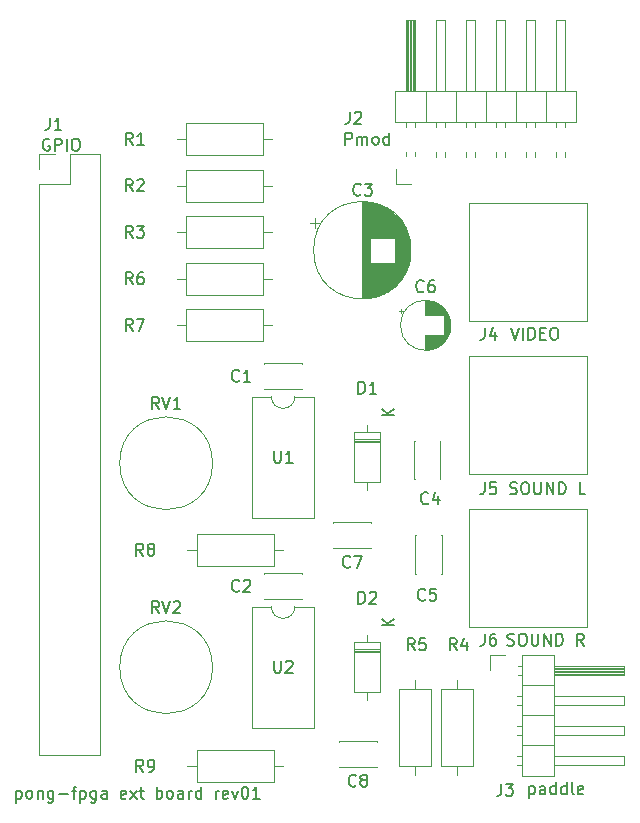
<source format=gbr>
G04 #@! TF.GenerationSoftware,KiCad,Pcbnew,(5.1.6)-1*
G04 #@! TF.CreationDate,2020-10-27T17:06:52+09:00*
G04 #@! TF.ProjectId,ext-board,6578742d-626f-4617-9264-2e6b69636164,rev?*
G04 #@! TF.SameCoordinates,Original*
G04 #@! TF.FileFunction,Legend,Top*
G04 #@! TF.FilePolarity,Positive*
%FSLAX46Y46*%
G04 Gerber Fmt 4.6, Leading zero omitted, Abs format (unit mm)*
G04 Created by KiCad (PCBNEW (5.1.6)-1) date 2020-10-27 17:06:52*
%MOMM*%
%LPD*%
G01*
G04 APERTURE LIST*
%ADD10C,0.150000*%
%ADD11C,0.120000*%
G04 APERTURE END LIST*
D10*
X192341904Y-96162761D02*
X192484761Y-96210380D01*
X192722857Y-96210380D01*
X192818095Y-96162761D01*
X192865714Y-96115142D01*
X192913333Y-96019904D01*
X192913333Y-95924666D01*
X192865714Y-95829428D01*
X192818095Y-95781809D01*
X192722857Y-95734190D01*
X192532380Y-95686571D01*
X192437142Y-95638952D01*
X192389523Y-95591333D01*
X192341904Y-95496095D01*
X192341904Y-95400857D01*
X192389523Y-95305619D01*
X192437142Y-95258000D01*
X192532380Y-95210380D01*
X192770476Y-95210380D01*
X192913333Y-95258000D01*
X193532380Y-95210380D02*
X193722857Y-95210380D01*
X193818095Y-95258000D01*
X193913333Y-95353238D01*
X193960952Y-95543714D01*
X193960952Y-95877047D01*
X193913333Y-96067523D01*
X193818095Y-96162761D01*
X193722857Y-96210380D01*
X193532380Y-96210380D01*
X193437142Y-96162761D01*
X193341904Y-96067523D01*
X193294285Y-95877047D01*
X193294285Y-95543714D01*
X193341904Y-95353238D01*
X193437142Y-95258000D01*
X193532380Y-95210380D01*
X194389523Y-95210380D02*
X194389523Y-96019904D01*
X194437142Y-96115142D01*
X194484761Y-96162761D01*
X194580000Y-96210380D01*
X194770476Y-96210380D01*
X194865714Y-96162761D01*
X194913333Y-96115142D01*
X194960952Y-96019904D01*
X194960952Y-95210380D01*
X195437142Y-96210380D02*
X195437142Y-95210380D01*
X196008571Y-96210380D01*
X196008571Y-95210380D01*
X196484761Y-96210380D02*
X196484761Y-95210380D01*
X196722857Y-95210380D01*
X196865714Y-95258000D01*
X196960952Y-95353238D01*
X197008571Y-95448476D01*
X197056190Y-95638952D01*
X197056190Y-95781809D01*
X197008571Y-95972285D01*
X196960952Y-96067523D01*
X196865714Y-96162761D01*
X196722857Y-96210380D01*
X196484761Y-96210380D01*
X198818095Y-96210380D02*
X198484761Y-95734190D01*
X198246666Y-96210380D02*
X198246666Y-95210380D01*
X198627619Y-95210380D01*
X198722857Y-95258000D01*
X198770476Y-95305619D01*
X198818095Y-95400857D01*
X198818095Y-95543714D01*
X198770476Y-95638952D01*
X198722857Y-95686571D01*
X198627619Y-95734190D01*
X198246666Y-95734190D01*
X192564142Y-83335761D02*
X192707000Y-83383380D01*
X192945095Y-83383380D01*
X193040333Y-83335761D01*
X193087952Y-83288142D01*
X193135571Y-83192904D01*
X193135571Y-83097666D01*
X193087952Y-83002428D01*
X193040333Y-82954809D01*
X192945095Y-82907190D01*
X192754619Y-82859571D01*
X192659380Y-82811952D01*
X192611761Y-82764333D01*
X192564142Y-82669095D01*
X192564142Y-82573857D01*
X192611761Y-82478619D01*
X192659380Y-82431000D01*
X192754619Y-82383380D01*
X192992714Y-82383380D01*
X193135571Y-82431000D01*
X193754619Y-82383380D02*
X193945095Y-82383380D01*
X194040333Y-82431000D01*
X194135571Y-82526238D01*
X194183190Y-82716714D01*
X194183190Y-83050047D01*
X194135571Y-83240523D01*
X194040333Y-83335761D01*
X193945095Y-83383380D01*
X193754619Y-83383380D01*
X193659380Y-83335761D01*
X193564142Y-83240523D01*
X193516523Y-83050047D01*
X193516523Y-82716714D01*
X193564142Y-82526238D01*
X193659380Y-82431000D01*
X193754619Y-82383380D01*
X194611761Y-82383380D02*
X194611761Y-83192904D01*
X194659380Y-83288142D01*
X194707000Y-83335761D01*
X194802238Y-83383380D01*
X194992714Y-83383380D01*
X195087952Y-83335761D01*
X195135571Y-83288142D01*
X195183190Y-83192904D01*
X195183190Y-82383380D01*
X195659380Y-83383380D02*
X195659380Y-82383380D01*
X196230809Y-83383380D01*
X196230809Y-82383380D01*
X196707000Y-83383380D02*
X196707000Y-82383380D01*
X196945095Y-82383380D01*
X197087952Y-82431000D01*
X197183190Y-82526238D01*
X197230809Y-82621476D01*
X197278428Y-82811952D01*
X197278428Y-82954809D01*
X197230809Y-83145285D01*
X197183190Y-83240523D01*
X197087952Y-83335761D01*
X196945095Y-83383380D01*
X196707000Y-83383380D01*
X198945095Y-83383380D02*
X198468904Y-83383380D01*
X198468904Y-82383380D01*
X192643380Y-69302380D02*
X192976714Y-70302380D01*
X193310047Y-69302380D01*
X193643380Y-70302380D02*
X193643380Y-69302380D01*
X194119571Y-70302380D02*
X194119571Y-69302380D01*
X194357666Y-69302380D01*
X194500523Y-69350000D01*
X194595761Y-69445238D01*
X194643380Y-69540476D01*
X194691000Y-69730952D01*
X194691000Y-69873809D01*
X194643380Y-70064285D01*
X194595761Y-70159523D01*
X194500523Y-70254761D01*
X194357666Y-70302380D01*
X194119571Y-70302380D01*
X195119571Y-69778571D02*
X195452904Y-69778571D01*
X195595761Y-70302380D02*
X195119571Y-70302380D01*
X195119571Y-69302380D01*
X195595761Y-69302380D01*
X196214809Y-69302380D02*
X196405285Y-69302380D01*
X196500523Y-69350000D01*
X196595761Y-69445238D01*
X196643380Y-69635714D01*
X196643380Y-69969047D01*
X196595761Y-70159523D01*
X196500523Y-70254761D01*
X196405285Y-70302380D01*
X196214809Y-70302380D01*
X196119571Y-70254761D01*
X196024333Y-70159523D01*
X195976714Y-69969047D01*
X195976714Y-69635714D01*
X196024333Y-69445238D01*
X196119571Y-69350000D01*
X196214809Y-69302380D01*
X153559000Y-53348000D02*
X153463761Y-53300380D01*
X153320904Y-53300380D01*
X153178047Y-53348000D01*
X153082809Y-53443238D01*
X153035190Y-53538476D01*
X152987571Y-53728952D01*
X152987571Y-53871809D01*
X153035190Y-54062285D01*
X153082809Y-54157523D01*
X153178047Y-54252761D01*
X153320904Y-54300380D01*
X153416142Y-54300380D01*
X153559000Y-54252761D01*
X153606619Y-54205142D01*
X153606619Y-53871809D01*
X153416142Y-53871809D01*
X154035190Y-54300380D02*
X154035190Y-53300380D01*
X154416142Y-53300380D01*
X154511380Y-53348000D01*
X154559000Y-53395619D01*
X154606619Y-53490857D01*
X154606619Y-53633714D01*
X154559000Y-53728952D01*
X154511380Y-53776571D01*
X154416142Y-53824190D01*
X154035190Y-53824190D01*
X155035190Y-54300380D02*
X155035190Y-53300380D01*
X155701857Y-53300380D02*
X155892333Y-53300380D01*
X155987571Y-53348000D01*
X156082809Y-53443238D01*
X156130428Y-53633714D01*
X156130428Y-53967047D01*
X156082809Y-54157523D01*
X155987571Y-54252761D01*
X155892333Y-54300380D01*
X155701857Y-54300380D01*
X155606619Y-54252761D01*
X155511380Y-54157523D01*
X155463761Y-53967047D01*
X155463761Y-53633714D01*
X155511380Y-53443238D01*
X155606619Y-53348000D01*
X155701857Y-53300380D01*
X178633666Y-53792380D02*
X178633666Y-52792380D01*
X179014619Y-52792380D01*
X179109857Y-52840000D01*
X179157476Y-52887619D01*
X179205095Y-52982857D01*
X179205095Y-53125714D01*
X179157476Y-53220952D01*
X179109857Y-53268571D01*
X179014619Y-53316190D01*
X178633666Y-53316190D01*
X179633666Y-53792380D02*
X179633666Y-53125714D01*
X179633666Y-53220952D02*
X179681285Y-53173333D01*
X179776523Y-53125714D01*
X179919380Y-53125714D01*
X180014619Y-53173333D01*
X180062238Y-53268571D01*
X180062238Y-53792380D01*
X180062238Y-53268571D02*
X180109857Y-53173333D01*
X180205095Y-53125714D01*
X180347952Y-53125714D01*
X180443190Y-53173333D01*
X180490809Y-53268571D01*
X180490809Y-53792380D01*
X181109857Y-53792380D02*
X181014619Y-53744761D01*
X180967000Y-53697142D01*
X180919380Y-53601904D01*
X180919380Y-53316190D01*
X180967000Y-53220952D01*
X181014619Y-53173333D01*
X181109857Y-53125714D01*
X181252714Y-53125714D01*
X181347952Y-53173333D01*
X181395571Y-53220952D01*
X181443190Y-53316190D01*
X181443190Y-53601904D01*
X181395571Y-53697142D01*
X181347952Y-53744761D01*
X181252714Y-53792380D01*
X181109857Y-53792380D01*
X182300333Y-53792380D02*
X182300333Y-52792380D01*
X182300333Y-53744761D02*
X182205095Y-53792380D01*
X182014619Y-53792380D01*
X181919380Y-53744761D01*
X181871761Y-53697142D01*
X181824142Y-53601904D01*
X181824142Y-53316190D01*
X181871761Y-53220952D01*
X181919380Y-53173333D01*
X182014619Y-53125714D01*
X182205095Y-53125714D01*
X182300333Y-53173333D01*
X194207095Y-108116714D02*
X194207095Y-109116714D01*
X194207095Y-108164333D02*
X194302333Y-108116714D01*
X194492809Y-108116714D01*
X194588047Y-108164333D01*
X194635666Y-108211952D01*
X194683285Y-108307190D01*
X194683285Y-108592904D01*
X194635666Y-108688142D01*
X194588047Y-108735761D01*
X194492809Y-108783380D01*
X194302333Y-108783380D01*
X194207095Y-108735761D01*
X195540428Y-108783380D02*
X195540428Y-108259571D01*
X195492809Y-108164333D01*
X195397571Y-108116714D01*
X195207095Y-108116714D01*
X195111857Y-108164333D01*
X195540428Y-108735761D02*
X195445190Y-108783380D01*
X195207095Y-108783380D01*
X195111857Y-108735761D01*
X195064238Y-108640523D01*
X195064238Y-108545285D01*
X195111857Y-108450047D01*
X195207095Y-108402428D01*
X195445190Y-108402428D01*
X195540428Y-108354809D01*
X196445190Y-108783380D02*
X196445190Y-107783380D01*
X196445190Y-108735761D02*
X196349952Y-108783380D01*
X196159476Y-108783380D01*
X196064238Y-108735761D01*
X196016619Y-108688142D01*
X195969000Y-108592904D01*
X195969000Y-108307190D01*
X196016619Y-108211952D01*
X196064238Y-108164333D01*
X196159476Y-108116714D01*
X196349952Y-108116714D01*
X196445190Y-108164333D01*
X197349952Y-108783380D02*
X197349952Y-107783380D01*
X197349952Y-108735761D02*
X197254714Y-108783380D01*
X197064238Y-108783380D01*
X196969000Y-108735761D01*
X196921380Y-108688142D01*
X196873761Y-108592904D01*
X196873761Y-108307190D01*
X196921380Y-108211952D01*
X196969000Y-108164333D01*
X197064238Y-108116714D01*
X197254714Y-108116714D01*
X197349952Y-108164333D01*
X197969000Y-108783380D02*
X197873761Y-108735761D01*
X197826142Y-108640523D01*
X197826142Y-107783380D01*
X198730904Y-108735761D02*
X198635666Y-108783380D01*
X198445190Y-108783380D01*
X198349952Y-108735761D01*
X198302333Y-108640523D01*
X198302333Y-108259571D01*
X198349952Y-108164333D01*
X198445190Y-108116714D01*
X198635666Y-108116714D01*
X198730904Y-108164333D01*
X198778523Y-108259571D01*
X198778523Y-108354809D01*
X198302333Y-108450047D01*
X150750285Y-108497714D02*
X150750285Y-109497714D01*
X150750285Y-108545333D02*
X150845523Y-108497714D01*
X151036000Y-108497714D01*
X151131238Y-108545333D01*
X151178857Y-108592952D01*
X151226476Y-108688190D01*
X151226476Y-108973904D01*
X151178857Y-109069142D01*
X151131238Y-109116761D01*
X151036000Y-109164380D01*
X150845523Y-109164380D01*
X150750285Y-109116761D01*
X151797904Y-109164380D02*
X151702666Y-109116761D01*
X151655047Y-109069142D01*
X151607428Y-108973904D01*
X151607428Y-108688190D01*
X151655047Y-108592952D01*
X151702666Y-108545333D01*
X151797904Y-108497714D01*
X151940761Y-108497714D01*
X152036000Y-108545333D01*
X152083619Y-108592952D01*
X152131238Y-108688190D01*
X152131238Y-108973904D01*
X152083619Y-109069142D01*
X152036000Y-109116761D01*
X151940761Y-109164380D01*
X151797904Y-109164380D01*
X152559809Y-108497714D02*
X152559809Y-109164380D01*
X152559809Y-108592952D02*
X152607428Y-108545333D01*
X152702666Y-108497714D01*
X152845523Y-108497714D01*
X152940761Y-108545333D01*
X152988380Y-108640571D01*
X152988380Y-109164380D01*
X153893142Y-108497714D02*
X153893142Y-109307238D01*
X153845523Y-109402476D01*
X153797904Y-109450095D01*
X153702666Y-109497714D01*
X153559809Y-109497714D01*
X153464571Y-109450095D01*
X153893142Y-109116761D02*
X153797904Y-109164380D01*
X153607428Y-109164380D01*
X153512190Y-109116761D01*
X153464571Y-109069142D01*
X153416952Y-108973904D01*
X153416952Y-108688190D01*
X153464571Y-108592952D01*
X153512190Y-108545333D01*
X153607428Y-108497714D01*
X153797904Y-108497714D01*
X153893142Y-108545333D01*
X154369333Y-108783428D02*
X155131238Y-108783428D01*
X155464571Y-108497714D02*
X155845523Y-108497714D01*
X155607428Y-109164380D02*
X155607428Y-108307238D01*
X155655047Y-108212000D01*
X155750285Y-108164380D01*
X155845523Y-108164380D01*
X156178857Y-108497714D02*
X156178857Y-109497714D01*
X156178857Y-108545333D02*
X156274095Y-108497714D01*
X156464571Y-108497714D01*
X156559809Y-108545333D01*
X156607428Y-108592952D01*
X156655047Y-108688190D01*
X156655047Y-108973904D01*
X156607428Y-109069142D01*
X156559809Y-109116761D01*
X156464571Y-109164380D01*
X156274095Y-109164380D01*
X156178857Y-109116761D01*
X157512190Y-108497714D02*
X157512190Y-109307238D01*
X157464571Y-109402476D01*
X157416952Y-109450095D01*
X157321714Y-109497714D01*
X157178857Y-109497714D01*
X157083619Y-109450095D01*
X157512190Y-109116761D02*
X157416952Y-109164380D01*
X157226476Y-109164380D01*
X157131238Y-109116761D01*
X157083619Y-109069142D01*
X157036000Y-108973904D01*
X157036000Y-108688190D01*
X157083619Y-108592952D01*
X157131238Y-108545333D01*
X157226476Y-108497714D01*
X157416952Y-108497714D01*
X157512190Y-108545333D01*
X158416952Y-109164380D02*
X158416952Y-108640571D01*
X158369333Y-108545333D01*
X158274095Y-108497714D01*
X158083619Y-108497714D01*
X157988380Y-108545333D01*
X158416952Y-109116761D02*
X158321714Y-109164380D01*
X158083619Y-109164380D01*
X157988380Y-109116761D01*
X157940761Y-109021523D01*
X157940761Y-108926285D01*
X157988380Y-108831047D01*
X158083619Y-108783428D01*
X158321714Y-108783428D01*
X158416952Y-108735809D01*
X160036000Y-109116761D02*
X159940761Y-109164380D01*
X159750285Y-109164380D01*
X159655047Y-109116761D01*
X159607428Y-109021523D01*
X159607428Y-108640571D01*
X159655047Y-108545333D01*
X159750285Y-108497714D01*
X159940761Y-108497714D01*
X160036000Y-108545333D01*
X160083619Y-108640571D01*
X160083619Y-108735809D01*
X159607428Y-108831047D01*
X160416952Y-109164380D02*
X160940761Y-108497714D01*
X160416952Y-108497714D02*
X160940761Y-109164380D01*
X161178857Y-108497714D02*
X161559809Y-108497714D01*
X161321714Y-108164380D02*
X161321714Y-109021523D01*
X161369333Y-109116761D01*
X161464571Y-109164380D01*
X161559809Y-109164380D01*
X162655047Y-109164380D02*
X162655047Y-108164380D01*
X162655047Y-108545333D02*
X162750285Y-108497714D01*
X162940761Y-108497714D01*
X163036000Y-108545333D01*
X163083619Y-108592952D01*
X163131238Y-108688190D01*
X163131238Y-108973904D01*
X163083619Y-109069142D01*
X163036000Y-109116761D01*
X162940761Y-109164380D01*
X162750285Y-109164380D01*
X162655047Y-109116761D01*
X163702666Y-109164380D02*
X163607428Y-109116761D01*
X163559809Y-109069142D01*
X163512190Y-108973904D01*
X163512190Y-108688190D01*
X163559809Y-108592952D01*
X163607428Y-108545333D01*
X163702666Y-108497714D01*
X163845523Y-108497714D01*
X163940761Y-108545333D01*
X163988380Y-108592952D01*
X164036000Y-108688190D01*
X164036000Y-108973904D01*
X163988380Y-109069142D01*
X163940761Y-109116761D01*
X163845523Y-109164380D01*
X163702666Y-109164380D01*
X164893142Y-109164380D02*
X164893142Y-108640571D01*
X164845523Y-108545333D01*
X164750285Y-108497714D01*
X164559809Y-108497714D01*
X164464571Y-108545333D01*
X164893142Y-109116761D02*
X164797904Y-109164380D01*
X164559809Y-109164380D01*
X164464571Y-109116761D01*
X164416952Y-109021523D01*
X164416952Y-108926285D01*
X164464571Y-108831047D01*
X164559809Y-108783428D01*
X164797904Y-108783428D01*
X164893142Y-108735809D01*
X165369333Y-109164380D02*
X165369333Y-108497714D01*
X165369333Y-108688190D02*
X165416952Y-108592952D01*
X165464571Y-108545333D01*
X165559809Y-108497714D01*
X165655047Y-108497714D01*
X166416952Y-109164380D02*
X166416952Y-108164380D01*
X166416952Y-109116761D02*
X166321714Y-109164380D01*
X166131238Y-109164380D01*
X166036000Y-109116761D01*
X165988380Y-109069142D01*
X165940761Y-108973904D01*
X165940761Y-108688190D01*
X165988380Y-108592952D01*
X166036000Y-108545333D01*
X166131238Y-108497714D01*
X166321714Y-108497714D01*
X166416952Y-108545333D01*
X167655047Y-109164380D02*
X167655047Y-108497714D01*
X167655047Y-108688190D02*
X167702666Y-108592952D01*
X167750285Y-108545333D01*
X167845523Y-108497714D01*
X167940761Y-108497714D01*
X168655047Y-109116761D02*
X168559809Y-109164380D01*
X168369333Y-109164380D01*
X168274095Y-109116761D01*
X168226476Y-109021523D01*
X168226476Y-108640571D01*
X168274095Y-108545333D01*
X168369333Y-108497714D01*
X168559809Y-108497714D01*
X168655047Y-108545333D01*
X168702666Y-108640571D01*
X168702666Y-108735809D01*
X168226476Y-108831047D01*
X169036000Y-108497714D02*
X169274095Y-109164380D01*
X169512190Y-108497714D01*
X170083619Y-108164380D02*
X170178857Y-108164380D01*
X170274095Y-108212000D01*
X170321714Y-108259619D01*
X170369333Y-108354857D01*
X170416952Y-108545333D01*
X170416952Y-108783428D01*
X170369333Y-108973904D01*
X170321714Y-109069142D01*
X170274095Y-109116761D01*
X170178857Y-109164380D01*
X170083619Y-109164380D01*
X169988380Y-109116761D01*
X169940761Y-109069142D01*
X169893142Y-108973904D01*
X169845523Y-108783428D01*
X169845523Y-108545333D01*
X169893142Y-108354857D01*
X169940761Y-108259619D01*
X169988380Y-108212000D01*
X170083619Y-108164380D01*
X171369333Y-109164380D02*
X170797904Y-109164380D01*
X171083619Y-109164380D02*
X171083619Y-108164380D01*
X170988380Y-108307238D01*
X170893142Y-108402476D01*
X170797904Y-108450095D01*
D11*
X182820000Y-51900000D02*
X198180000Y-51900000D01*
X198180000Y-51900000D02*
X198180000Y-49240000D01*
X198180000Y-49240000D02*
X182820000Y-49240000D01*
X182820000Y-49240000D02*
X182820000Y-51900000D01*
X183770000Y-49240000D02*
X183770000Y-43240000D01*
X183770000Y-43240000D02*
X184530000Y-43240000D01*
X184530000Y-43240000D02*
X184530000Y-49240000D01*
X183830000Y-49240000D02*
X183830000Y-43240000D01*
X183950000Y-49240000D02*
X183950000Y-43240000D01*
X184070000Y-49240000D02*
X184070000Y-43240000D01*
X184190000Y-49240000D02*
X184190000Y-43240000D01*
X184310000Y-49240000D02*
X184310000Y-43240000D01*
X184430000Y-49240000D02*
X184430000Y-43240000D01*
X183770000Y-52297071D02*
X183770000Y-51900000D01*
X184530000Y-52297071D02*
X184530000Y-51900000D01*
X183770000Y-54770000D02*
X183770000Y-54382929D01*
X184530000Y-54770000D02*
X184530000Y-54382929D01*
X185420000Y-51900000D02*
X185420000Y-49240000D01*
X186310000Y-49240000D02*
X186310000Y-43240000D01*
X186310000Y-43240000D02*
X187070000Y-43240000D01*
X187070000Y-43240000D02*
X187070000Y-49240000D01*
X186310000Y-52297071D02*
X186310000Y-51900000D01*
X187070000Y-52297071D02*
X187070000Y-51900000D01*
X186310000Y-54837071D02*
X186310000Y-54382929D01*
X187070000Y-54837071D02*
X187070000Y-54382929D01*
X187960000Y-51900000D02*
X187960000Y-49240000D01*
X188850000Y-49240000D02*
X188850000Y-43240000D01*
X188850000Y-43240000D02*
X189610000Y-43240000D01*
X189610000Y-43240000D02*
X189610000Y-49240000D01*
X188850000Y-52297071D02*
X188850000Y-51900000D01*
X189610000Y-52297071D02*
X189610000Y-51900000D01*
X188850000Y-54837071D02*
X188850000Y-54382929D01*
X189610000Y-54837071D02*
X189610000Y-54382929D01*
X190500000Y-51900000D02*
X190500000Y-49240000D01*
X191390000Y-49240000D02*
X191390000Y-43240000D01*
X191390000Y-43240000D02*
X192150000Y-43240000D01*
X192150000Y-43240000D02*
X192150000Y-49240000D01*
X191390000Y-52297071D02*
X191390000Y-51900000D01*
X192150000Y-52297071D02*
X192150000Y-51900000D01*
X191390000Y-54837071D02*
X191390000Y-54382929D01*
X192150000Y-54837071D02*
X192150000Y-54382929D01*
X193040000Y-51900000D02*
X193040000Y-49240000D01*
X193930000Y-49240000D02*
X193930000Y-43240000D01*
X193930000Y-43240000D02*
X194690000Y-43240000D01*
X194690000Y-43240000D02*
X194690000Y-49240000D01*
X193930000Y-52297071D02*
X193930000Y-51900000D01*
X194690000Y-52297071D02*
X194690000Y-51900000D01*
X193930000Y-54837071D02*
X193930000Y-54382929D01*
X194690000Y-54837071D02*
X194690000Y-54382929D01*
X195580000Y-51900000D02*
X195580000Y-49240000D01*
X196470000Y-49240000D02*
X196470000Y-43240000D01*
X196470000Y-43240000D02*
X197230000Y-43240000D01*
X197230000Y-43240000D02*
X197230000Y-49240000D01*
X196470000Y-52297071D02*
X196470000Y-51900000D01*
X197230000Y-52297071D02*
X197230000Y-51900000D01*
X196470000Y-54837071D02*
X196470000Y-54382929D01*
X197230000Y-54837071D02*
X197230000Y-54382929D01*
X184150000Y-57150000D02*
X182880000Y-57150000D01*
X182880000Y-57150000D02*
X182880000Y-55880000D01*
X189100000Y-58754000D02*
X189100000Y-68754000D01*
X189100000Y-58754000D02*
X199100000Y-58754000D01*
X189100000Y-68754000D02*
X199100000Y-68754000D01*
X199100000Y-58754000D02*
X199100000Y-68754000D01*
X152670000Y-105470000D02*
X157870000Y-105470000D01*
X152670000Y-57150000D02*
X152670000Y-105470000D01*
X157870000Y-54550000D02*
X157870000Y-105470000D01*
X152670000Y-57150000D02*
X155270000Y-57150000D01*
X155270000Y-57150000D02*
X155270000Y-54550000D01*
X155270000Y-54550000D02*
X157870000Y-54550000D01*
X152670000Y-55880000D02*
X152670000Y-54550000D01*
X152670000Y-54550000D02*
X154000000Y-54550000D01*
X171755000Y-72286000D02*
X174995000Y-72286000D01*
X171755000Y-74526000D02*
X174995000Y-74526000D01*
X171755000Y-72286000D02*
X171755000Y-72351000D01*
X171755000Y-74461000D02*
X171755000Y-74526000D01*
X174995000Y-72286000D02*
X174995000Y-72351000D01*
X174995000Y-74461000D02*
X174995000Y-74526000D01*
X171715000Y-90066000D02*
X174955000Y-90066000D01*
X171715000Y-92306000D02*
X174955000Y-92306000D01*
X171715000Y-90066000D02*
X171715000Y-90131000D01*
X171715000Y-92241000D02*
X171715000Y-92306000D01*
X174955000Y-90066000D02*
X174955000Y-90131000D01*
X174955000Y-92241000D02*
X174955000Y-92306000D01*
X184178000Y-62738000D02*
G75*
G03*
X184178000Y-62738000I-4120000J0D01*
G01*
X180058000Y-58658000D02*
X180058000Y-66818000D01*
X180098000Y-58658000D02*
X180098000Y-66818000D01*
X180138000Y-58658000D02*
X180138000Y-66818000D01*
X180178000Y-58659000D02*
X180178000Y-66817000D01*
X180218000Y-58661000D02*
X180218000Y-66815000D01*
X180258000Y-58662000D02*
X180258000Y-66814000D01*
X180298000Y-58664000D02*
X180298000Y-66812000D01*
X180338000Y-58667000D02*
X180338000Y-66809000D01*
X180378000Y-58670000D02*
X180378000Y-66806000D01*
X180418000Y-58673000D02*
X180418000Y-66803000D01*
X180458000Y-58677000D02*
X180458000Y-66799000D01*
X180498000Y-58681000D02*
X180498000Y-66795000D01*
X180538000Y-58686000D02*
X180538000Y-66790000D01*
X180578000Y-58690000D02*
X180578000Y-66786000D01*
X180618000Y-58696000D02*
X180618000Y-66780000D01*
X180658000Y-58701000D02*
X180658000Y-66775000D01*
X180698000Y-58708000D02*
X180698000Y-66768000D01*
X180738000Y-58714000D02*
X180738000Y-66762000D01*
X180779000Y-58721000D02*
X180779000Y-61698000D01*
X180779000Y-63778000D02*
X180779000Y-66755000D01*
X180819000Y-58728000D02*
X180819000Y-61698000D01*
X180819000Y-63778000D02*
X180819000Y-66748000D01*
X180859000Y-58736000D02*
X180859000Y-61698000D01*
X180859000Y-63778000D02*
X180859000Y-66740000D01*
X180899000Y-58744000D02*
X180899000Y-61698000D01*
X180899000Y-63778000D02*
X180899000Y-66732000D01*
X180939000Y-58753000D02*
X180939000Y-61698000D01*
X180939000Y-63778000D02*
X180939000Y-66723000D01*
X180979000Y-58762000D02*
X180979000Y-61698000D01*
X180979000Y-63778000D02*
X180979000Y-66714000D01*
X181019000Y-58771000D02*
X181019000Y-61698000D01*
X181019000Y-63778000D02*
X181019000Y-66705000D01*
X181059000Y-58781000D02*
X181059000Y-61698000D01*
X181059000Y-63778000D02*
X181059000Y-66695000D01*
X181099000Y-58791000D02*
X181099000Y-61698000D01*
X181099000Y-63778000D02*
X181099000Y-66685000D01*
X181139000Y-58802000D02*
X181139000Y-61698000D01*
X181139000Y-63778000D02*
X181139000Y-66674000D01*
X181179000Y-58813000D02*
X181179000Y-61698000D01*
X181179000Y-63778000D02*
X181179000Y-66663000D01*
X181219000Y-58824000D02*
X181219000Y-61698000D01*
X181219000Y-63778000D02*
X181219000Y-66652000D01*
X181259000Y-58836000D02*
X181259000Y-61698000D01*
X181259000Y-63778000D02*
X181259000Y-66640000D01*
X181299000Y-58849000D02*
X181299000Y-61698000D01*
X181299000Y-63778000D02*
X181299000Y-66627000D01*
X181339000Y-58861000D02*
X181339000Y-61698000D01*
X181339000Y-63778000D02*
X181339000Y-66615000D01*
X181379000Y-58875000D02*
X181379000Y-61698000D01*
X181379000Y-63778000D02*
X181379000Y-66601000D01*
X181419000Y-58888000D02*
X181419000Y-61698000D01*
X181419000Y-63778000D02*
X181419000Y-66588000D01*
X181459000Y-58903000D02*
X181459000Y-61698000D01*
X181459000Y-63778000D02*
X181459000Y-66573000D01*
X181499000Y-58917000D02*
X181499000Y-61698000D01*
X181499000Y-63778000D02*
X181499000Y-66559000D01*
X181539000Y-58933000D02*
X181539000Y-61698000D01*
X181539000Y-63778000D02*
X181539000Y-66543000D01*
X181579000Y-58948000D02*
X181579000Y-61698000D01*
X181579000Y-63778000D02*
X181579000Y-66528000D01*
X181619000Y-58964000D02*
X181619000Y-61698000D01*
X181619000Y-63778000D02*
X181619000Y-66512000D01*
X181659000Y-58981000D02*
X181659000Y-61698000D01*
X181659000Y-63778000D02*
X181659000Y-66495000D01*
X181699000Y-58998000D02*
X181699000Y-61698000D01*
X181699000Y-63778000D02*
X181699000Y-66478000D01*
X181739000Y-59016000D02*
X181739000Y-61698000D01*
X181739000Y-63778000D02*
X181739000Y-66460000D01*
X181779000Y-59034000D02*
X181779000Y-61698000D01*
X181779000Y-63778000D02*
X181779000Y-66442000D01*
X181819000Y-59052000D02*
X181819000Y-61698000D01*
X181819000Y-63778000D02*
X181819000Y-66424000D01*
X181859000Y-59072000D02*
X181859000Y-61698000D01*
X181859000Y-63778000D02*
X181859000Y-66404000D01*
X181899000Y-59091000D02*
X181899000Y-61698000D01*
X181899000Y-63778000D02*
X181899000Y-66385000D01*
X181939000Y-59111000D02*
X181939000Y-61698000D01*
X181939000Y-63778000D02*
X181939000Y-66365000D01*
X181979000Y-59132000D02*
X181979000Y-61698000D01*
X181979000Y-63778000D02*
X181979000Y-66344000D01*
X182019000Y-59154000D02*
X182019000Y-61698000D01*
X182019000Y-63778000D02*
X182019000Y-66322000D01*
X182059000Y-59176000D02*
X182059000Y-61698000D01*
X182059000Y-63778000D02*
X182059000Y-66300000D01*
X182099000Y-59198000D02*
X182099000Y-61698000D01*
X182099000Y-63778000D02*
X182099000Y-66278000D01*
X182139000Y-59221000D02*
X182139000Y-61698000D01*
X182139000Y-63778000D02*
X182139000Y-66255000D01*
X182179000Y-59245000D02*
X182179000Y-61698000D01*
X182179000Y-63778000D02*
X182179000Y-66231000D01*
X182219000Y-59269000D02*
X182219000Y-61698000D01*
X182219000Y-63778000D02*
X182219000Y-66207000D01*
X182259000Y-59294000D02*
X182259000Y-61698000D01*
X182259000Y-63778000D02*
X182259000Y-66182000D01*
X182299000Y-59320000D02*
X182299000Y-61698000D01*
X182299000Y-63778000D02*
X182299000Y-66156000D01*
X182339000Y-59346000D02*
X182339000Y-61698000D01*
X182339000Y-63778000D02*
X182339000Y-66130000D01*
X182379000Y-59373000D02*
X182379000Y-61698000D01*
X182379000Y-63778000D02*
X182379000Y-66103000D01*
X182419000Y-59400000D02*
X182419000Y-61698000D01*
X182419000Y-63778000D02*
X182419000Y-66076000D01*
X182459000Y-59429000D02*
X182459000Y-61698000D01*
X182459000Y-63778000D02*
X182459000Y-66047000D01*
X182499000Y-59458000D02*
X182499000Y-61698000D01*
X182499000Y-63778000D02*
X182499000Y-66018000D01*
X182539000Y-59488000D02*
X182539000Y-61698000D01*
X182539000Y-63778000D02*
X182539000Y-65988000D01*
X182579000Y-59518000D02*
X182579000Y-61698000D01*
X182579000Y-63778000D02*
X182579000Y-65958000D01*
X182619000Y-59549000D02*
X182619000Y-61698000D01*
X182619000Y-63778000D02*
X182619000Y-65927000D01*
X182659000Y-59582000D02*
X182659000Y-61698000D01*
X182659000Y-63778000D02*
X182659000Y-65894000D01*
X182699000Y-59614000D02*
X182699000Y-61698000D01*
X182699000Y-63778000D02*
X182699000Y-65862000D01*
X182739000Y-59648000D02*
X182739000Y-61698000D01*
X182739000Y-63778000D02*
X182739000Y-65828000D01*
X182779000Y-59683000D02*
X182779000Y-61698000D01*
X182779000Y-63778000D02*
X182779000Y-65793000D01*
X182819000Y-59719000D02*
X182819000Y-61698000D01*
X182819000Y-63778000D02*
X182819000Y-65757000D01*
X182859000Y-59755000D02*
X182859000Y-65721000D01*
X182899000Y-59793000D02*
X182899000Y-65683000D01*
X182939000Y-59831000D02*
X182939000Y-65645000D01*
X182979000Y-59871000D02*
X182979000Y-65605000D01*
X183019000Y-59912000D02*
X183019000Y-65564000D01*
X183059000Y-59954000D02*
X183059000Y-65522000D01*
X183099000Y-59997000D02*
X183099000Y-65479000D01*
X183139000Y-60041000D02*
X183139000Y-65435000D01*
X183179000Y-60087000D02*
X183179000Y-65389000D01*
X183219000Y-60134000D02*
X183219000Y-65342000D01*
X183259000Y-60182000D02*
X183259000Y-65294000D01*
X183299000Y-60233000D02*
X183299000Y-65243000D01*
X183339000Y-60284000D02*
X183339000Y-65192000D01*
X183379000Y-60338000D02*
X183379000Y-65138000D01*
X183419000Y-60393000D02*
X183419000Y-65083000D01*
X183459000Y-60451000D02*
X183459000Y-65025000D01*
X183499000Y-60510000D02*
X183499000Y-64966000D01*
X183539000Y-60572000D02*
X183539000Y-64904000D01*
X183579000Y-60636000D02*
X183579000Y-64840000D01*
X183619000Y-60704000D02*
X183619000Y-64772000D01*
X183659000Y-60774000D02*
X183659000Y-64702000D01*
X183699000Y-60848000D02*
X183699000Y-64628000D01*
X183739000Y-60925000D02*
X183739000Y-64551000D01*
X183779000Y-61007000D02*
X183779000Y-64469000D01*
X183819000Y-61093000D02*
X183819000Y-64383000D01*
X183859000Y-61186000D02*
X183859000Y-64290000D01*
X183899000Y-61285000D02*
X183899000Y-64191000D01*
X183939000Y-61392000D02*
X183939000Y-64084000D01*
X183979000Y-61509000D02*
X183979000Y-63967000D01*
X184019000Y-61640000D02*
X184019000Y-63836000D01*
X184059000Y-61790000D02*
X184059000Y-63686000D01*
X184099000Y-61970000D02*
X184099000Y-63506000D01*
X184139000Y-62205000D02*
X184139000Y-63271000D01*
X175648302Y-60423000D02*
X176448302Y-60423000D01*
X176048302Y-60023000D02*
X176048302Y-60823000D01*
X186667000Y-78878000D02*
X186667000Y-82118000D01*
X184427000Y-78878000D02*
X184427000Y-82118000D01*
X186667000Y-78878000D02*
X186602000Y-78878000D01*
X184492000Y-78878000D02*
X184427000Y-78878000D01*
X186667000Y-82118000D02*
X186602000Y-82118000D01*
X184492000Y-82118000D02*
X184427000Y-82118000D01*
X184619000Y-90119000D02*
X184554000Y-90119000D01*
X186794000Y-90119000D02*
X186729000Y-90119000D01*
X184619000Y-86879000D02*
X184554000Y-86879000D01*
X186794000Y-86879000D02*
X186729000Y-86879000D01*
X184554000Y-86879000D02*
X184554000Y-90119000D01*
X186794000Y-86879000D02*
X186794000Y-90119000D01*
X187528000Y-69088000D02*
G75*
G03*
X187528000Y-69088000I-2120000J0D01*
G01*
X185408000Y-69928000D02*
X185408000Y-71168000D01*
X185408000Y-67008000D02*
X185408000Y-68248000D01*
X185448000Y-69928000D02*
X185448000Y-71168000D01*
X185448000Y-67008000D02*
X185448000Y-68248000D01*
X185488000Y-69928000D02*
X185488000Y-71167000D01*
X185488000Y-67009000D02*
X185488000Y-68248000D01*
X185528000Y-67011000D02*
X185528000Y-68248000D01*
X185528000Y-69928000D02*
X185528000Y-71165000D01*
X185568000Y-67014000D02*
X185568000Y-68248000D01*
X185568000Y-69928000D02*
X185568000Y-71162000D01*
X185608000Y-67017000D02*
X185608000Y-68248000D01*
X185608000Y-69928000D02*
X185608000Y-71159000D01*
X185648000Y-67021000D02*
X185648000Y-68248000D01*
X185648000Y-69928000D02*
X185648000Y-71155000D01*
X185688000Y-67026000D02*
X185688000Y-68248000D01*
X185688000Y-69928000D02*
X185688000Y-71150000D01*
X185728000Y-67032000D02*
X185728000Y-68248000D01*
X185728000Y-69928000D02*
X185728000Y-71144000D01*
X185768000Y-67038000D02*
X185768000Y-68248000D01*
X185768000Y-69928000D02*
X185768000Y-71138000D01*
X185808000Y-67046000D02*
X185808000Y-68248000D01*
X185808000Y-69928000D02*
X185808000Y-71130000D01*
X185848000Y-67054000D02*
X185848000Y-68248000D01*
X185848000Y-69928000D02*
X185848000Y-71122000D01*
X185888000Y-67063000D02*
X185888000Y-68248000D01*
X185888000Y-69928000D02*
X185888000Y-71113000D01*
X185928000Y-67072000D02*
X185928000Y-68248000D01*
X185928000Y-69928000D02*
X185928000Y-71104000D01*
X185968000Y-67083000D02*
X185968000Y-68248000D01*
X185968000Y-69928000D02*
X185968000Y-71093000D01*
X186008000Y-67094000D02*
X186008000Y-68248000D01*
X186008000Y-69928000D02*
X186008000Y-71082000D01*
X186048000Y-67106000D02*
X186048000Y-68248000D01*
X186048000Y-69928000D02*
X186048000Y-71070000D01*
X186088000Y-67120000D02*
X186088000Y-68248000D01*
X186088000Y-69928000D02*
X186088000Y-71056000D01*
X186129000Y-67134000D02*
X186129000Y-68248000D01*
X186129000Y-69928000D02*
X186129000Y-71042000D01*
X186169000Y-67148000D02*
X186169000Y-68248000D01*
X186169000Y-69928000D02*
X186169000Y-71028000D01*
X186209000Y-67164000D02*
X186209000Y-68248000D01*
X186209000Y-69928000D02*
X186209000Y-71012000D01*
X186249000Y-67181000D02*
X186249000Y-68248000D01*
X186249000Y-69928000D02*
X186249000Y-70995000D01*
X186289000Y-67199000D02*
X186289000Y-68248000D01*
X186289000Y-69928000D02*
X186289000Y-70977000D01*
X186329000Y-67218000D02*
X186329000Y-68248000D01*
X186329000Y-69928000D02*
X186329000Y-70958000D01*
X186369000Y-67237000D02*
X186369000Y-68248000D01*
X186369000Y-69928000D02*
X186369000Y-70939000D01*
X186409000Y-67258000D02*
X186409000Y-68248000D01*
X186409000Y-69928000D02*
X186409000Y-70918000D01*
X186449000Y-67280000D02*
X186449000Y-68248000D01*
X186449000Y-69928000D02*
X186449000Y-70896000D01*
X186489000Y-67303000D02*
X186489000Y-68248000D01*
X186489000Y-69928000D02*
X186489000Y-70873000D01*
X186529000Y-67328000D02*
X186529000Y-68248000D01*
X186529000Y-69928000D02*
X186529000Y-70848000D01*
X186569000Y-67353000D02*
X186569000Y-68248000D01*
X186569000Y-69928000D02*
X186569000Y-70823000D01*
X186609000Y-67380000D02*
X186609000Y-68248000D01*
X186609000Y-69928000D02*
X186609000Y-70796000D01*
X186649000Y-67408000D02*
X186649000Y-68248000D01*
X186649000Y-69928000D02*
X186649000Y-70768000D01*
X186689000Y-67438000D02*
X186689000Y-68248000D01*
X186689000Y-69928000D02*
X186689000Y-70738000D01*
X186729000Y-67469000D02*
X186729000Y-68248000D01*
X186729000Y-69928000D02*
X186729000Y-70707000D01*
X186769000Y-67501000D02*
X186769000Y-68248000D01*
X186769000Y-69928000D02*
X186769000Y-70675000D01*
X186809000Y-67536000D02*
X186809000Y-68248000D01*
X186809000Y-69928000D02*
X186809000Y-70640000D01*
X186849000Y-67572000D02*
X186849000Y-68248000D01*
X186849000Y-69928000D02*
X186849000Y-70604000D01*
X186889000Y-67610000D02*
X186889000Y-68248000D01*
X186889000Y-69928000D02*
X186889000Y-70566000D01*
X186929000Y-67650000D02*
X186929000Y-68248000D01*
X186929000Y-69928000D02*
X186929000Y-70526000D01*
X186969000Y-67692000D02*
X186969000Y-68248000D01*
X186969000Y-69928000D02*
X186969000Y-70484000D01*
X187009000Y-67737000D02*
X187009000Y-70439000D01*
X187049000Y-67784000D02*
X187049000Y-70392000D01*
X187089000Y-67834000D02*
X187089000Y-70342000D01*
X187129000Y-67888000D02*
X187129000Y-70288000D01*
X187169000Y-67946000D02*
X187169000Y-70230000D01*
X187209000Y-68008000D02*
X187209000Y-70168000D01*
X187249000Y-68075000D02*
X187249000Y-70101000D01*
X187289000Y-68148000D02*
X187289000Y-70028000D01*
X187329000Y-68229000D02*
X187329000Y-69947000D01*
X187369000Y-68320000D02*
X187369000Y-69856000D01*
X187409000Y-68424000D02*
X187409000Y-69752000D01*
X187449000Y-68551000D02*
X187449000Y-69625000D01*
X187489000Y-68718000D02*
X187489000Y-69458000D01*
X183138199Y-67893000D02*
X183538199Y-67893000D01*
X183338199Y-67693000D02*
X183338199Y-68093000D01*
X180797000Y-87923000D02*
X180797000Y-87988000D01*
X180797000Y-85748000D02*
X180797000Y-85813000D01*
X177557000Y-87923000D02*
X177557000Y-87988000D01*
X177557000Y-85748000D02*
X177557000Y-85813000D01*
X177557000Y-87988000D02*
X180797000Y-87988000D01*
X177557000Y-85748000D02*
X180797000Y-85748000D01*
X181305000Y-106465000D02*
X181305000Y-106530000D01*
X181305000Y-104290000D02*
X181305000Y-104355000D01*
X178065000Y-106465000D02*
X178065000Y-106530000D01*
X178065000Y-104290000D02*
X178065000Y-104355000D01*
X178065000Y-106530000D02*
X181305000Y-106530000D01*
X178065000Y-104290000D02*
X181305000Y-104290000D01*
X181587000Y-78144000D02*
X179347000Y-78144000D01*
X179347000Y-78144000D02*
X179347000Y-82384000D01*
X179347000Y-82384000D02*
X181587000Y-82384000D01*
X181587000Y-82384000D02*
X181587000Y-78144000D01*
X180467000Y-77494000D02*
X180467000Y-78144000D01*
X180467000Y-83034000D02*
X180467000Y-82384000D01*
X181587000Y-78864000D02*
X179347000Y-78864000D01*
X181587000Y-78984000D02*
X179347000Y-78984000D01*
X181587000Y-78744000D02*
X179347000Y-78744000D01*
X181587000Y-96524000D02*
X179347000Y-96524000D01*
X181587000Y-96764000D02*
X179347000Y-96764000D01*
X181587000Y-96644000D02*
X179347000Y-96644000D01*
X180467000Y-100814000D02*
X180467000Y-100164000D01*
X180467000Y-95274000D02*
X180467000Y-95924000D01*
X181587000Y-100164000D02*
X181587000Y-95924000D01*
X179347000Y-100164000D02*
X181587000Y-100164000D01*
X179347000Y-95924000D02*
X179347000Y-100164000D01*
X181587000Y-95924000D02*
X179347000Y-95924000D01*
X193591000Y-96968000D02*
X193591000Y-107248000D01*
X193591000Y-107248000D02*
X196251000Y-107248000D01*
X196251000Y-107248000D02*
X196251000Y-96968000D01*
X196251000Y-96968000D02*
X193591000Y-96968000D01*
X196251000Y-97918000D02*
X202251000Y-97918000D01*
X202251000Y-97918000D02*
X202251000Y-98678000D01*
X202251000Y-98678000D02*
X196251000Y-98678000D01*
X196251000Y-97978000D02*
X202251000Y-97978000D01*
X196251000Y-98098000D02*
X202251000Y-98098000D01*
X196251000Y-98218000D02*
X202251000Y-98218000D01*
X196251000Y-98338000D02*
X202251000Y-98338000D01*
X196251000Y-98458000D02*
X202251000Y-98458000D01*
X196251000Y-98578000D02*
X202251000Y-98578000D01*
X193261000Y-97918000D02*
X193591000Y-97918000D01*
X193261000Y-98678000D02*
X193591000Y-98678000D01*
X193591000Y-99568000D02*
X196251000Y-99568000D01*
X196251000Y-100458000D02*
X202251000Y-100458000D01*
X202251000Y-100458000D02*
X202251000Y-101218000D01*
X202251000Y-101218000D02*
X196251000Y-101218000D01*
X193193929Y-100458000D02*
X193591000Y-100458000D01*
X193193929Y-101218000D02*
X193591000Y-101218000D01*
X193591000Y-102108000D02*
X196251000Y-102108000D01*
X196251000Y-102998000D02*
X202251000Y-102998000D01*
X202251000Y-102998000D02*
X202251000Y-103758000D01*
X202251000Y-103758000D02*
X196251000Y-103758000D01*
X193193929Y-102998000D02*
X193591000Y-102998000D01*
X193193929Y-103758000D02*
X193591000Y-103758000D01*
X193591000Y-104648000D02*
X196251000Y-104648000D01*
X196251000Y-105538000D02*
X202251000Y-105538000D01*
X202251000Y-105538000D02*
X202251000Y-106298000D01*
X202251000Y-106298000D02*
X196251000Y-106298000D01*
X193193929Y-105538000D02*
X193591000Y-105538000D01*
X193193929Y-106298000D02*
X193591000Y-106298000D01*
X190881000Y-98298000D02*
X190881000Y-97028000D01*
X190881000Y-97028000D02*
X192151000Y-97028000D01*
X189100000Y-71708000D02*
X189100000Y-81708000D01*
X189100000Y-71708000D02*
X199100000Y-71708000D01*
X189100000Y-81708000D02*
X199100000Y-81708000D01*
X199100000Y-71708000D02*
X199100000Y-81708000D01*
X199100000Y-84662000D02*
X199100000Y-94662000D01*
X189100000Y-94662000D02*
X199100000Y-94662000D01*
X189100000Y-84662000D02*
X199100000Y-84662000D01*
X189100000Y-84662000D02*
X189100000Y-94662000D01*
X171672000Y-54710000D02*
X171672000Y-51970000D01*
X171672000Y-51970000D02*
X165132000Y-51970000D01*
X165132000Y-51970000D02*
X165132000Y-54710000D01*
X165132000Y-54710000D02*
X171672000Y-54710000D01*
X172442000Y-53340000D02*
X171672000Y-53340000D01*
X164362000Y-53340000D02*
X165132000Y-53340000D01*
X164362000Y-57277000D02*
X165132000Y-57277000D01*
X172442000Y-57277000D02*
X171672000Y-57277000D01*
X165132000Y-58647000D02*
X171672000Y-58647000D01*
X165132000Y-55907000D02*
X165132000Y-58647000D01*
X171672000Y-55907000D02*
X165132000Y-55907000D01*
X171672000Y-58647000D02*
X171672000Y-55907000D01*
X171672000Y-62584000D02*
X171672000Y-59844000D01*
X171672000Y-59844000D02*
X165132000Y-59844000D01*
X165132000Y-59844000D02*
X165132000Y-62584000D01*
X165132000Y-62584000D02*
X171672000Y-62584000D01*
X172442000Y-61214000D02*
X171672000Y-61214000D01*
X164362000Y-61214000D02*
X165132000Y-61214000D01*
X188087000Y-99084000D02*
X188087000Y-99854000D01*
X188087000Y-107164000D02*
X188087000Y-106394000D01*
X186717000Y-99854000D02*
X186717000Y-106394000D01*
X189457000Y-99854000D02*
X186717000Y-99854000D01*
X189457000Y-106394000D02*
X189457000Y-99854000D01*
X186717000Y-106394000D02*
X189457000Y-106394000D01*
X184531000Y-99084000D02*
X184531000Y-99854000D01*
X184531000Y-107164000D02*
X184531000Y-106394000D01*
X183161000Y-99854000D02*
X183161000Y-106394000D01*
X185901000Y-99854000D02*
X183161000Y-99854000D01*
X185901000Y-106394000D02*
X185901000Y-99854000D01*
X183161000Y-106394000D02*
X185901000Y-106394000D01*
X164362000Y-65151000D02*
X165132000Y-65151000D01*
X172442000Y-65151000D02*
X171672000Y-65151000D01*
X165132000Y-66521000D02*
X171672000Y-66521000D01*
X165132000Y-63781000D02*
X165132000Y-66521000D01*
X171672000Y-63781000D02*
X165132000Y-63781000D01*
X171672000Y-66521000D02*
X171672000Y-63781000D01*
X171672000Y-70458000D02*
X171672000Y-67718000D01*
X171672000Y-67718000D02*
X165132000Y-67718000D01*
X165132000Y-67718000D02*
X165132000Y-70458000D01*
X165132000Y-70458000D02*
X171672000Y-70458000D01*
X172442000Y-69088000D02*
X171672000Y-69088000D01*
X164362000Y-69088000D02*
X165132000Y-69088000D01*
X166021000Y-86768000D02*
X166021000Y-89508000D01*
X166021000Y-89508000D02*
X172561000Y-89508000D01*
X172561000Y-89508000D02*
X172561000Y-86768000D01*
X172561000Y-86768000D02*
X166021000Y-86768000D01*
X165251000Y-88138000D02*
X166021000Y-88138000D01*
X173331000Y-88138000D02*
X172561000Y-88138000D01*
X166021000Y-105056000D02*
X166021000Y-107796000D01*
X166021000Y-107796000D02*
X172561000Y-107796000D01*
X172561000Y-107796000D02*
X172561000Y-105056000D01*
X172561000Y-105056000D02*
X166021000Y-105056000D01*
X165251000Y-106426000D02*
X166021000Y-106426000D01*
X173331000Y-106426000D02*
X172561000Y-106426000D01*
X167379000Y-80772000D02*
G75*
G03*
X167379000Y-80772000I-3930000J0D01*
G01*
X167379000Y-98044000D02*
G75*
G03*
X167379000Y-98044000I-3930000J0D01*
G01*
X172355000Y-75124000D02*
X170705000Y-75124000D01*
X170705000Y-75124000D02*
X170705000Y-85404000D01*
X170705000Y-85404000D02*
X176005000Y-85404000D01*
X176005000Y-85404000D02*
X176005000Y-75124000D01*
X176005000Y-75124000D02*
X174355000Y-75124000D01*
X174355000Y-75124000D02*
G75*
G02*
X172355000Y-75124000I-1000000J0D01*
G01*
X176005000Y-92904000D02*
X174355000Y-92904000D01*
X176005000Y-103184000D02*
X176005000Y-92904000D01*
X170705000Y-103184000D02*
X176005000Y-103184000D01*
X170705000Y-92904000D02*
X170705000Y-103184000D01*
X172355000Y-92904000D02*
X170705000Y-92904000D01*
X174355000Y-92904000D02*
G75*
G02*
X172355000Y-92904000I-1000000J0D01*
G01*
D10*
X178990666Y-51014380D02*
X178990666Y-51728666D01*
X178943047Y-51871523D01*
X178847809Y-51966761D01*
X178704952Y-52014380D01*
X178609714Y-52014380D01*
X179419238Y-51109619D02*
X179466857Y-51062000D01*
X179562095Y-51014380D01*
X179800190Y-51014380D01*
X179895428Y-51062000D01*
X179943047Y-51109619D01*
X179990666Y-51204857D01*
X179990666Y-51300095D01*
X179943047Y-51442952D01*
X179371619Y-52014380D01*
X179990666Y-52014380D01*
X190420666Y-69302380D02*
X190420666Y-70016666D01*
X190373047Y-70159523D01*
X190277809Y-70254761D01*
X190134952Y-70302380D01*
X190039714Y-70302380D01*
X191325428Y-69635714D02*
X191325428Y-70302380D01*
X191087333Y-69254761D02*
X190849238Y-69969047D01*
X191468285Y-69969047D01*
X153590666Y-51522380D02*
X153590666Y-52236666D01*
X153543047Y-52379523D01*
X153447809Y-52474761D01*
X153304952Y-52522380D01*
X153209714Y-52522380D01*
X154590666Y-52522380D02*
X154019238Y-52522380D01*
X154304952Y-52522380D02*
X154304952Y-51522380D01*
X154209714Y-51665238D01*
X154114476Y-51760476D01*
X154019238Y-51808095D01*
X169632333Y-73763142D02*
X169584714Y-73810761D01*
X169441857Y-73858380D01*
X169346619Y-73858380D01*
X169203761Y-73810761D01*
X169108523Y-73715523D01*
X169060904Y-73620285D01*
X169013285Y-73429809D01*
X169013285Y-73286952D01*
X169060904Y-73096476D01*
X169108523Y-73001238D01*
X169203761Y-72906000D01*
X169346619Y-72858380D01*
X169441857Y-72858380D01*
X169584714Y-72906000D01*
X169632333Y-72953619D01*
X170584714Y-73858380D02*
X170013285Y-73858380D01*
X170299000Y-73858380D02*
X170299000Y-72858380D01*
X170203761Y-73001238D01*
X170108523Y-73096476D01*
X170013285Y-73144095D01*
X169632333Y-91543142D02*
X169584714Y-91590761D01*
X169441857Y-91638380D01*
X169346619Y-91638380D01*
X169203761Y-91590761D01*
X169108523Y-91495523D01*
X169060904Y-91400285D01*
X169013285Y-91209809D01*
X169013285Y-91066952D01*
X169060904Y-90876476D01*
X169108523Y-90781238D01*
X169203761Y-90686000D01*
X169346619Y-90638380D01*
X169441857Y-90638380D01*
X169584714Y-90686000D01*
X169632333Y-90733619D01*
X170013285Y-90733619D02*
X170060904Y-90686000D01*
X170156142Y-90638380D01*
X170394238Y-90638380D01*
X170489476Y-90686000D01*
X170537095Y-90733619D01*
X170584714Y-90828857D01*
X170584714Y-90924095D01*
X170537095Y-91066952D01*
X169965666Y-91638380D01*
X170584714Y-91638380D01*
X179919333Y-58015142D02*
X179871714Y-58062761D01*
X179728857Y-58110380D01*
X179633619Y-58110380D01*
X179490761Y-58062761D01*
X179395523Y-57967523D01*
X179347904Y-57872285D01*
X179300285Y-57681809D01*
X179300285Y-57538952D01*
X179347904Y-57348476D01*
X179395523Y-57253238D01*
X179490761Y-57158000D01*
X179633619Y-57110380D01*
X179728857Y-57110380D01*
X179871714Y-57158000D01*
X179919333Y-57205619D01*
X180252666Y-57110380D02*
X180871714Y-57110380D01*
X180538380Y-57491333D01*
X180681238Y-57491333D01*
X180776476Y-57538952D01*
X180824095Y-57586571D01*
X180871714Y-57681809D01*
X180871714Y-57919904D01*
X180824095Y-58015142D01*
X180776476Y-58062761D01*
X180681238Y-58110380D01*
X180395523Y-58110380D01*
X180300285Y-58062761D01*
X180252666Y-58015142D01*
X185634333Y-84137142D02*
X185586714Y-84184761D01*
X185443857Y-84232380D01*
X185348619Y-84232380D01*
X185205761Y-84184761D01*
X185110523Y-84089523D01*
X185062904Y-83994285D01*
X185015285Y-83803809D01*
X185015285Y-83660952D01*
X185062904Y-83470476D01*
X185110523Y-83375238D01*
X185205761Y-83280000D01*
X185348619Y-83232380D01*
X185443857Y-83232380D01*
X185586714Y-83280000D01*
X185634333Y-83327619D01*
X186491476Y-83565714D02*
X186491476Y-84232380D01*
X186253380Y-83184761D02*
X186015285Y-83899047D01*
X186634333Y-83899047D01*
X185380333Y-92305142D02*
X185332714Y-92352761D01*
X185189857Y-92400380D01*
X185094619Y-92400380D01*
X184951761Y-92352761D01*
X184856523Y-92257523D01*
X184808904Y-92162285D01*
X184761285Y-91971809D01*
X184761285Y-91828952D01*
X184808904Y-91638476D01*
X184856523Y-91543238D01*
X184951761Y-91448000D01*
X185094619Y-91400380D01*
X185189857Y-91400380D01*
X185332714Y-91448000D01*
X185380333Y-91495619D01*
X186285095Y-91400380D02*
X185808904Y-91400380D01*
X185761285Y-91876571D01*
X185808904Y-91828952D01*
X185904142Y-91781333D01*
X186142238Y-91781333D01*
X186237476Y-91828952D01*
X186285095Y-91876571D01*
X186332714Y-91971809D01*
X186332714Y-92209904D01*
X186285095Y-92305142D01*
X186237476Y-92352761D01*
X186142238Y-92400380D01*
X185904142Y-92400380D01*
X185808904Y-92352761D01*
X185761285Y-92305142D01*
X185241333Y-66195142D02*
X185193714Y-66242761D01*
X185050857Y-66290380D01*
X184955619Y-66290380D01*
X184812761Y-66242761D01*
X184717523Y-66147523D01*
X184669904Y-66052285D01*
X184622285Y-65861809D01*
X184622285Y-65718952D01*
X184669904Y-65528476D01*
X184717523Y-65433238D01*
X184812761Y-65338000D01*
X184955619Y-65290380D01*
X185050857Y-65290380D01*
X185193714Y-65338000D01*
X185241333Y-65385619D01*
X186098476Y-65290380D02*
X185908000Y-65290380D01*
X185812761Y-65338000D01*
X185765142Y-65385619D01*
X185669904Y-65528476D01*
X185622285Y-65718952D01*
X185622285Y-66099904D01*
X185669904Y-66195142D01*
X185717523Y-66242761D01*
X185812761Y-66290380D01*
X186003238Y-66290380D01*
X186098476Y-66242761D01*
X186146095Y-66195142D01*
X186193714Y-66099904D01*
X186193714Y-65861809D01*
X186146095Y-65766571D01*
X186098476Y-65718952D01*
X186003238Y-65671333D01*
X185812761Y-65671333D01*
X185717523Y-65718952D01*
X185669904Y-65766571D01*
X185622285Y-65861809D01*
X179030333Y-89511142D02*
X178982714Y-89558761D01*
X178839857Y-89606380D01*
X178744619Y-89606380D01*
X178601761Y-89558761D01*
X178506523Y-89463523D01*
X178458904Y-89368285D01*
X178411285Y-89177809D01*
X178411285Y-89034952D01*
X178458904Y-88844476D01*
X178506523Y-88749238D01*
X178601761Y-88654000D01*
X178744619Y-88606380D01*
X178839857Y-88606380D01*
X178982714Y-88654000D01*
X179030333Y-88701619D01*
X179363666Y-88606380D02*
X180030333Y-88606380D01*
X179601761Y-89606380D01*
X179518333Y-108053142D02*
X179470714Y-108100761D01*
X179327857Y-108148380D01*
X179232619Y-108148380D01*
X179089761Y-108100761D01*
X178994523Y-108005523D01*
X178946904Y-107910285D01*
X178899285Y-107719809D01*
X178899285Y-107576952D01*
X178946904Y-107386476D01*
X178994523Y-107291238D01*
X179089761Y-107196000D01*
X179232619Y-107148380D01*
X179327857Y-107148380D01*
X179470714Y-107196000D01*
X179518333Y-107243619D01*
X180089761Y-107576952D02*
X179994523Y-107529333D01*
X179946904Y-107481714D01*
X179899285Y-107386476D01*
X179899285Y-107338857D01*
X179946904Y-107243619D01*
X179994523Y-107196000D01*
X180089761Y-107148380D01*
X180280238Y-107148380D01*
X180375476Y-107196000D01*
X180423095Y-107243619D01*
X180470714Y-107338857D01*
X180470714Y-107386476D01*
X180423095Y-107481714D01*
X180375476Y-107529333D01*
X180280238Y-107576952D01*
X180089761Y-107576952D01*
X179994523Y-107624571D01*
X179946904Y-107672190D01*
X179899285Y-107767428D01*
X179899285Y-107957904D01*
X179946904Y-108053142D01*
X179994523Y-108100761D01*
X180089761Y-108148380D01*
X180280238Y-108148380D01*
X180375476Y-108100761D01*
X180423095Y-108053142D01*
X180470714Y-107957904D01*
X180470714Y-107767428D01*
X180423095Y-107672190D01*
X180375476Y-107624571D01*
X180280238Y-107576952D01*
X179728904Y-74874380D02*
X179728904Y-73874380D01*
X179967000Y-73874380D01*
X180109857Y-73922000D01*
X180205095Y-74017238D01*
X180252714Y-74112476D01*
X180300333Y-74302952D01*
X180300333Y-74445809D01*
X180252714Y-74636285D01*
X180205095Y-74731523D01*
X180109857Y-74826761D01*
X179967000Y-74874380D01*
X179728904Y-74874380D01*
X181252714Y-74874380D02*
X180681285Y-74874380D01*
X180967000Y-74874380D02*
X180967000Y-73874380D01*
X180871761Y-74017238D01*
X180776523Y-74112476D01*
X180681285Y-74160095D01*
X182719380Y-76715904D02*
X181719380Y-76715904D01*
X182719380Y-76144476D02*
X182147952Y-76573047D01*
X181719380Y-76144476D02*
X182290809Y-76715904D01*
X179728904Y-92654380D02*
X179728904Y-91654380D01*
X179967000Y-91654380D01*
X180109857Y-91702000D01*
X180205095Y-91797238D01*
X180252714Y-91892476D01*
X180300333Y-92082952D01*
X180300333Y-92225809D01*
X180252714Y-92416285D01*
X180205095Y-92511523D01*
X180109857Y-92606761D01*
X179967000Y-92654380D01*
X179728904Y-92654380D01*
X180681285Y-91749619D02*
X180728904Y-91702000D01*
X180824142Y-91654380D01*
X181062238Y-91654380D01*
X181157476Y-91702000D01*
X181205095Y-91749619D01*
X181252714Y-91844857D01*
X181252714Y-91940095D01*
X181205095Y-92082952D01*
X180633666Y-92654380D01*
X181252714Y-92654380D01*
X182719380Y-94495904D02*
X181719380Y-94495904D01*
X182719380Y-93924476D02*
X182147952Y-94353047D01*
X181719380Y-93924476D02*
X182290809Y-94495904D01*
X191817666Y-107910380D02*
X191817666Y-108624666D01*
X191770047Y-108767523D01*
X191674809Y-108862761D01*
X191531952Y-108910380D01*
X191436714Y-108910380D01*
X192198619Y-107910380D02*
X192817666Y-107910380D01*
X192484333Y-108291333D01*
X192627190Y-108291333D01*
X192722428Y-108338952D01*
X192770047Y-108386571D01*
X192817666Y-108481809D01*
X192817666Y-108719904D01*
X192770047Y-108815142D01*
X192722428Y-108862761D01*
X192627190Y-108910380D01*
X192341476Y-108910380D01*
X192246238Y-108862761D01*
X192198619Y-108815142D01*
X190420666Y-82383380D02*
X190420666Y-83097666D01*
X190373047Y-83240523D01*
X190277809Y-83335761D01*
X190134952Y-83383380D01*
X190039714Y-83383380D01*
X191373047Y-82383380D02*
X190896857Y-82383380D01*
X190849238Y-82859571D01*
X190896857Y-82811952D01*
X190992095Y-82764333D01*
X191230190Y-82764333D01*
X191325428Y-82811952D01*
X191373047Y-82859571D01*
X191420666Y-82954809D01*
X191420666Y-83192904D01*
X191373047Y-83288142D01*
X191325428Y-83335761D01*
X191230190Y-83383380D01*
X190992095Y-83383380D01*
X190896857Y-83335761D01*
X190849238Y-83288142D01*
X190420666Y-95210380D02*
X190420666Y-95924666D01*
X190373047Y-96067523D01*
X190277809Y-96162761D01*
X190134952Y-96210380D01*
X190039714Y-96210380D01*
X191325428Y-95210380D02*
X191134952Y-95210380D01*
X191039714Y-95258000D01*
X190992095Y-95305619D01*
X190896857Y-95448476D01*
X190849238Y-95638952D01*
X190849238Y-96019904D01*
X190896857Y-96115142D01*
X190944476Y-96162761D01*
X191039714Y-96210380D01*
X191230190Y-96210380D01*
X191325428Y-96162761D01*
X191373047Y-96115142D01*
X191420666Y-96019904D01*
X191420666Y-95781809D01*
X191373047Y-95686571D01*
X191325428Y-95638952D01*
X191230190Y-95591333D01*
X191039714Y-95591333D01*
X190944476Y-95638952D01*
X190896857Y-95686571D01*
X190849238Y-95781809D01*
X160615333Y-53792380D02*
X160282000Y-53316190D01*
X160043904Y-53792380D02*
X160043904Y-52792380D01*
X160424857Y-52792380D01*
X160520095Y-52840000D01*
X160567714Y-52887619D01*
X160615333Y-52982857D01*
X160615333Y-53125714D01*
X160567714Y-53220952D01*
X160520095Y-53268571D01*
X160424857Y-53316190D01*
X160043904Y-53316190D01*
X161567714Y-53792380D02*
X160996285Y-53792380D01*
X161282000Y-53792380D02*
X161282000Y-52792380D01*
X161186761Y-52935238D01*
X161091523Y-53030476D01*
X160996285Y-53078095D01*
X160615333Y-57729380D02*
X160282000Y-57253190D01*
X160043904Y-57729380D02*
X160043904Y-56729380D01*
X160424857Y-56729380D01*
X160520095Y-56777000D01*
X160567714Y-56824619D01*
X160615333Y-56919857D01*
X160615333Y-57062714D01*
X160567714Y-57157952D01*
X160520095Y-57205571D01*
X160424857Y-57253190D01*
X160043904Y-57253190D01*
X160996285Y-56824619D02*
X161043904Y-56777000D01*
X161139142Y-56729380D01*
X161377238Y-56729380D01*
X161472476Y-56777000D01*
X161520095Y-56824619D01*
X161567714Y-56919857D01*
X161567714Y-57015095D01*
X161520095Y-57157952D01*
X160948666Y-57729380D01*
X161567714Y-57729380D01*
X160615333Y-61666380D02*
X160282000Y-61190190D01*
X160043904Y-61666380D02*
X160043904Y-60666380D01*
X160424857Y-60666380D01*
X160520095Y-60714000D01*
X160567714Y-60761619D01*
X160615333Y-60856857D01*
X160615333Y-60999714D01*
X160567714Y-61094952D01*
X160520095Y-61142571D01*
X160424857Y-61190190D01*
X160043904Y-61190190D01*
X160948666Y-60666380D02*
X161567714Y-60666380D01*
X161234380Y-61047333D01*
X161377238Y-61047333D01*
X161472476Y-61094952D01*
X161520095Y-61142571D01*
X161567714Y-61237809D01*
X161567714Y-61475904D01*
X161520095Y-61571142D01*
X161472476Y-61618761D01*
X161377238Y-61666380D01*
X161091523Y-61666380D01*
X160996285Y-61618761D01*
X160948666Y-61571142D01*
X188047333Y-96591380D02*
X187714000Y-96115190D01*
X187475904Y-96591380D02*
X187475904Y-95591380D01*
X187856857Y-95591380D01*
X187952095Y-95639000D01*
X187999714Y-95686619D01*
X188047333Y-95781857D01*
X188047333Y-95924714D01*
X187999714Y-96019952D01*
X187952095Y-96067571D01*
X187856857Y-96115190D01*
X187475904Y-96115190D01*
X188904476Y-95924714D02*
X188904476Y-96591380D01*
X188666380Y-95543761D02*
X188428285Y-96258047D01*
X189047333Y-96258047D01*
X184491333Y-96591380D02*
X184158000Y-96115190D01*
X183919904Y-96591380D02*
X183919904Y-95591380D01*
X184300857Y-95591380D01*
X184396095Y-95639000D01*
X184443714Y-95686619D01*
X184491333Y-95781857D01*
X184491333Y-95924714D01*
X184443714Y-96019952D01*
X184396095Y-96067571D01*
X184300857Y-96115190D01*
X183919904Y-96115190D01*
X185396095Y-95591380D02*
X184919904Y-95591380D01*
X184872285Y-96067571D01*
X184919904Y-96019952D01*
X185015142Y-95972333D01*
X185253238Y-95972333D01*
X185348476Y-96019952D01*
X185396095Y-96067571D01*
X185443714Y-96162809D01*
X185443714Y-96400904D01*
X185396095Y-96496142D01*
X185348476Y-96543761D01*
X185253238Y-96591380D01*
X185015142Y-96591380D01*
X184919904Y-96543761D01*
X184872285Y-96496142D01*
X160615333Y-65603380D02*
X160282000Y-65127190D01*
X160043904Y-65603380D02*
X160043904Y-64603380D01*
X160424857Y-64603380D01*
X160520095Y-64651000D01*
X160567714Y-64698619D01*
X160615333Y-64793857D01*
X160615333Y-64936714D01*
X160567714Y-65031952D01*
X160520095Y-65079571D01*
X160424857Y-65127190D01*
X160043904Y-65127190D01*
X161472476Y-64603380D02*
X161282000Y-64603380D01*
X161186761Y-64651000D01*
X161139142Y-64698619D01*
X161043904Y-64841476D01*
X160996285Y-65031952D01*
X160996285Y-65412904D01*
X161043904Y-65508142D01*
X161091523Y-65555761D01*
X161186761Y-65603380D01*
X161377238Y-65603380D01*
X161472476Y-65555761D01*
X161520095Y-65508142D01*
X161567714Y-65412904D01*
X161567714Y-65174809D01*
X161520095Y-65079571D01*
X161472476Y-65031952D01*
X161377238Y-64984333D01*
X161186761Y-64984333D01*
X161091523Y-65031952D01*
X161043904Y-65079571D01*
X160996285Y-65174809D01*
X160615333Y-69540380D02*
X160282000Y-69064190D01*
X160043904Y-69540380D02*
X160043904Y-68540380D01*
X160424857Y-68540380D01*
X160520095Y-68588000D01*
X160567714Y-68635619D01*
X160615333Y-68730857D01*
X160615333Y-68873714D01*
X160567714Y-68968952D01*
X160520095Y-69016571D01*
X160424857Y-69064190D01*
X160043904Y-69064190D01*
X160948666Y-68540380D02*
X161615333Y-68540380D01*
X161186761Y-69540380D01*
X161504333Y-88590380D02*
X161171000Y-88114190D01*
X160932904Y-88590380D02*
X160932904Y-87590380D01*
X161313857Y-87590380D01*
X161409095Y-87638000D01*
X161456714Y-87685619D01*
X161504333Y-87780857D01*
X161504333Y-87923714D01*
X161456714Y-88018952D01*
X161409095Y-88066571D01*
X161313857Y-88114190D01*
X160932904Y-88114190D01*
X162075761Y-88018952D02*
X161980523Y-87971333D01*
X161932904Y-87923714D01*
X161885285Y-87828476D01*
X161885285Y-87780857D01*
X161932904Y-87685619D01*
X161980523Y-87638000D01*
X162075761Y-87590380D01*
X162266238Y-87590380D01*
X162361476Y-87638000D01*
X162409095Y-87685619D01*
X162456714Y-87780857D01*
X162456714Y-87828476D01*
X162409095Y-87923714D01*
X162361476Y-87971333D01*
X162266238Y-88018952D01*
X162075761Y-88018952D01*
X161980523Y-88066571D01*
X161932904Y-88114190D01*
X161885285Y-88209428D01*
X161885285Y-88399904D01*
X161932904Y-88495142D01*
X161980523Y-88542761D01*
X162075761Y-88590380D01*
X162266238Y-88590380D01*
X162361476Y-88542761D01*
X162409095Y-88495142D01*
X162456714Y-88399904D01*
X162456714Y-88209428D01*
X162409095Y-88114190D01*
X162361476Y-88066571D01*
X162266238Y-88018952D01*
X161504333Y-106878380D02*
X161171000Y-106402190D01*
X160932904Y-106878380D02*
X160932904Y-105878380D01*
X161313857Y-105878380D01*
X161409095Y-105926000D01*
X161456714Y-105973619D01*
X161504333Y-106068857D01*
X161504333Y-106211714D01*
X161456714Y-106306952D01*
X161409095Y-106354571D01*
X161313857Y-106402190D01*
X160932904Y-106402190D01*
X161980523Y-106878380D02*
X162171000Y-106878380D01*
X162266238Y-106830761D01*
X162313857Y-106783142D01*
X162409095Y-106640285D01*
X162456714Y-106449809D01*
X162456714Y-106068857D01*
X162409095Y-105973619D01*
X162361476Y-105926000D01*
X162266238Y-105878380D01*
X162075761Y-105878380D01*
X161980523Y-105926000D01*
X161932904Y-105973619D01*
X161885285Y-106068857D01*
X161885285Y-106306952D01*
X161932904Y-106402190D01*
X161980523Y-106449809D01*
X162075761Y-106497428D01*
X162266238Y-106497428D01*
X162361476Y-106449809D01*
X162409095Y-106402190D01*
X162456714Y-106306952D01*
X162853761Y-76164380D02*
X162520428Y-75688190D01*
X162282333Y-76164380D02*
X162282333Y-75164380D01*
X162663285Y-75164380D01*
X162758523Y-75212000D01*
X162806142Y-75259619D01*
X162853761Y-75354857D01*
X162853761Y-75497714D01*
X162806142Y-75592952D01*
X162758523Y-75640571D01*
X162663285Y-75688190D01*
X162282333Y-75688190D01*
X163139476Y-75164380D02*
X163472809Y-76164380D01*
X163806142Y-75164380D01*
X164663285Y-76164380D02*
X164091857Y-76164380D01*
X164377571Y-76164380D02*
X164377571Y-75164380D01*
X164282333Y-75307238D01*
X164187095Y-75402476D01*
X164091857Y-75450095D01*
X162853761Y-93436380D02*
X162520428Y-92960190D01*
X162282333Y-93436380D02*
X162282333Y-92436380D01*
X162663285Y-92436380D01*
X162758523Y-92484000D01*
X162806142Y-92531619D01*
X162853761Y-92626857D01*
X162853761Y-92769714D01*
X162806142Y-92864952D01*
X162758523Y-92912571D01*
X162663285Y-92960190D01*
X162282333Y-92960190D01*
X163139476Y-92436380D02*
X163472809Y-93436380D01*
X163806142Y-92436380D01*
X164091857Y-92531619D02*
X164139476Y-92484000D01*
X164234714Y-92436380D01*
X164472809Y-92436380D01*
X164568047Y-92484000D01*
X164615666Y-92531619D01*
X164663285Y-92626857D01*
X164663285Y-92722095D01*
X164615666Y-92864952D01*
X164044238Y-93436380D01*
X164663285Y-93436380D01*
X172593095Y-79716380D02*
X172593095Y-80525904D01*
X172640714Y-80621142D01*
X172688333Y-80668761D01*
X172783571Y-80716380D01*
X172974047Y-80716380D01*
X173069285Y-80668761D01*
X173116904Y-80621142D01*
X173164523Y-80525904D01*
X173164523Y-79716380D01*
X174164523Y-80716380D02*
X173593095Y-80716380D01*
X173878809Y-80716380D02*
X173878809Y-79716380D01*
X173783571Y-79859238D01*
X173688333Y-79954476D01*
X173593095Y-80002095D01*
X172593095Y-97496380D02*
X172593095Y-98305904D01*
X172640714Y-98401142D01*
X172688333Y-98448761D01*
X172783571Y-98496380D01*
X172974047Y-98496380D01*
X173069285Y-98448761D01*
X173116904Y-98401142D01*
X173164523Y-98305904D01*
X173164523Y-97496380D01*
X173593095Y-97591619D02*
X173640714Y-97544000D01*
X173735952Y-97496380D01*
X173974047Y-97496380D01*
X174069285Y-97544000D01*
X174116904Y-97591619D01*
X174164523Y-97686857D01*
X174164523Y-97782095D01*
X174116904Y-97924952D01*
X173545476Y-98496380D01*
X174164523Y-98496380D01*
M02*

</source>
